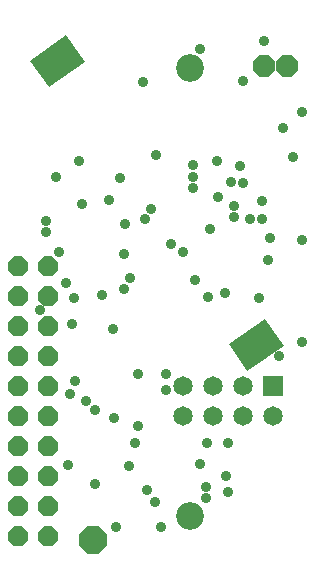
<source format=gbs>
G75*
%MOIN*%
%OFA0B0*%
%FSLAX24Y24*%
%IPPOS*%
%LPD*%
%AMOC8*
5,1,8,0,0,1.08239X$1,22.5*
%
%ADD10R,0.0651X0.0651*%
%ADD11C,0.0651*%
%ADD12OC8,0.0720*%
%ADD13OC8,0.0660*%
%ADD14C,0.0928*%
%ADD15OC8,0.0910*%
%ADD16R,0.1084X0.1477*%
%ADD17C,0.0360*%
D10*
X011949Y010885D03*
D11*
X011949Y009885D03*
X010949Y009885D03*
X010949Y010885D03*
X009949Y010885D03*
X009949Y009885D03*
X008949Y009885D03*
X008949Y010885D03*
D12*
X011633Y021557D03*
X012421Y021557D03*
D13*
X003457Y005874D03*
X003457Y006874D03*
X003457Y007874D03*
X003457Y008874D03*
X003457Y009874D03*
X003457Y010874D03*
X003457Y011874D03*
X003457Y012874D03*
X003457Y013874D03*
X003457Y014874D03*
X004457Y014874D03*
X004457Y013874D03*
X004457Y012874D03*
X004457Y011874D03*
X004457Y010874D03*
X004457Y009874D03*
X004457Y008874D03*
X004457Y007874D03*
X004457Y006874D03*
X004457Y005874D03*
D14*
X009173Y006551D03*
X009173Y021499D03*
D15*
X005946Y005766D03*
D16*
G36*
X011680Y013124D02*
X012302Y012237D01*
X011094Y011390D01*
X010472Y012277D01*
X011680Y013124D01*
G37*
G36*
X005064Y022574D02*
X005686Y021687D01*
X004478Y020840D01*
X003856Y021727D01*
X005064Y022574D01*
G37*
D17*
X007602Y021014D03*
X008066Y018574D03*
X007882Y016790D03*
X007674Y016454D03*
X007018Y016302D03*
X006474Y017086D03*
X006842Y017838D03*
X005586Y016950D03*
X005482Y018374D03*
X004714Y017862D03*
X004378Y016390D03*
X004370Y016006D03*
X004826Y015350D03*
X005042Y014318D03*
X005330Y013806D03*
X005242Y012958D03*
X006258Y013918D03*
X006986Y014110D03*
X007178Y014502D03*
X006970Y015286D03*
X008546Y015614D03*
X008954Y015358D03*
X009346Y014414D03*
X009786Y013870D03*
X010346Y013990D03*
X011498Y013838D03*
X011786Y015094D03*
X011858Y015822D03*
X011570Y016446D03*
X011186Y016446D03*
X010642Y016518D03*
X010642Y016902D03*
X010130Y017174D03*
X010546Y017686D03*
X010850Y018230D03*
X010946Y017670D03*
X011570Y017062D03*
X012618Y018534D03*
X012282Y019502D03*
X012922Y020022D03*
X011634Y022390D03*
X010954Y021046D03*
X009506Y022110D03*
X010098Y018374D03*
X009282Y018262D03*
X009282Y017870D03*
X009282Y017486D03*
X009858Y016110D03*
X012162Y011886D03*
X012922Y012350D03*
X012922Y015758D03*
X010434Y008974D03*
X009746Y008982D03*
X009530Y008294D03*
X009706Y007526D03*
X009706Y007142D03*
X010458Y007366D03*
X010370Y007894D03*
X008370Y010750D03*
X008378Y011302D03*
X007450Y011278D03*
X006658Y009822D03*
X006002Y010094D03*
X005714Y010374D03*
X005362Y011062D03*
X005170Y010606D03*
X005114Y008270D03*
X006018Y007638D03*
X006722Y006190D03*
X007754Y007414D03*
X008026Y007030D03*
X008210Y006190D03*
X007162Y008222D03*
X007354Y008998D03*
X007458Y009542D03*
X006618Y012798D03*
X004170Y013406D03*
M02*

</source>
